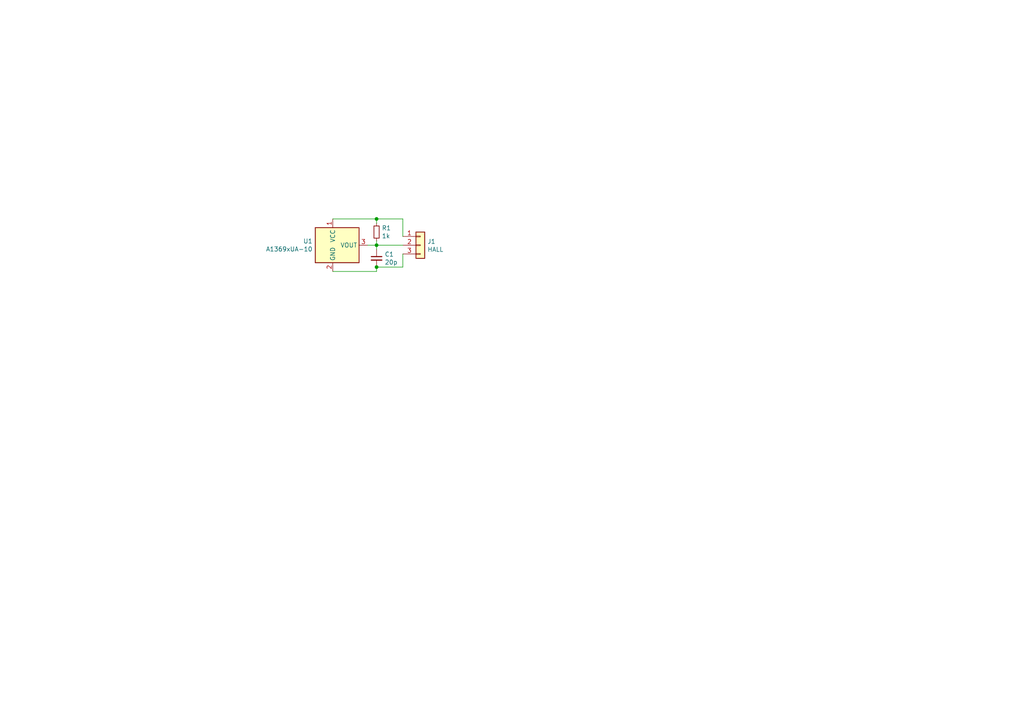
<source format=kicad_sch>
(kicad_sch (version 20230121) (generator eeschema)
  (paper "A4")
  (lib_symbols
    (symbol "Connector_Generic:Conn_01x03" (pin_names (offset 1.016) hide)
      (property "Reference" "J" (at 0 5.08 0))
      (property "Value" "Conn_01x03" (at 0 -5.08 0))
      (symbol "Conn_01x03_1_1"
        (rectangle (start -1.27 -2.413) (end 0 -2.667) (stroke (width 0.1524)))
        (rectangle (start -1.27 0.127) (end 0 -0.127) (stroke (width 0.1524)))
        (rectangle (start -1.27 2.667) (end 0 2.413) (stroke (width 0.1524)))
        (rectangle (start -1.27 3.81) (end 1.27 -3.81) (stroke (width 0.254)) (fill (type background)))
        (pin passive line (at -5.08 2.54 0) (length 3.81) (name "Pin_1") (number "1"))
        (pin passive line (at -5.08 0 0) (length 3.81) (name "Pin_2") (number "2"))
        (pin passive line (at -5.08 -2.54 0) (length 3.81) (name "Pin_3") (number "3"))
      )
    )
    (symbol "Device:C_Small" (pin_numbers hide) (pin_names (offset 0.254) hide)
      (property "Reference" "C" (at 0.254 1.778 0))
      (property "Value" "C_Small" (at 0.254 -2.032 0))
      (symbol "C_Small_0_1"
        (polyline (pts (xy -1.524 -0.508) (xy 1.524 -0.508)) (stroke (width 0.3302)))
        (polyline (pts (xy -1.524 0.508) (xy 1.524 0.508)) (stroke (width 0.3048)))
      )
      (symbol "C_Small_1_1"
        (pin passive line (at 0 2.54 270) (length 2.032) (name "~") (number "1"))
        (pin passive line (at 0 -2.54 90) (length 2.032) (name "~") (number "2"))
      )
    )
    (symbol "Device:R_Small" (pin_numbers hide) (pin_names (offset 0.254) hide)
      (property "Reference" "R" (at 0.762 0.508 0))
      (property "Value" "R_Small" (at 0.762 -1.016 0))
      (symbol "R_Small_0_1"
        (rectangle (start -0.762 1.778) (end 0.762 -1.778) (stroke (width 0.2032)))
      )
      (symbol "R_Small_1_1"
        (pin passive line (at 0 2.54 270) (length 0.762) (name "~") (number "1"))
        (pin passive line (at 0 -2.54 90) (length 0.762) (name "~") (number "2"))
      )
    )
    (symbol "Sensor_Current:A1369xUA-10"
      (property "Reference" "U" (at 8.89 6.35 0))
      (property "Value" "A1369xUA-10" (at 8.89 3.81 0))
      (symbol "A1369xUA-10_0_1"
        (rectangle (start -5.08 5.08) (end 7.62 -5.08) (stroke (width 0.254)) (fill (type background)))
      )
      (symbol "A1369xUA-10_1_1"
        (pin power_in line (at 0 7.62 270) (length 2.54) (name "VCC") (number "1"))
        (pin power_in line (at 0 -7.62 90) (length 2.54) (name "GND") (number "2"))
        (pin output line (at 10.16 0 180) (length 2.54) (name "VOUT") (number "3"))
      )
    )
  )
  (junction (at 109.22 71.12))
  (junction (at 109.22 63.5))
  (junction (at 109.22 77.47))
  (wire (pts (xy 116.84 71.12) (xy 109.22 71.12)))
  (wire (pts (xy 116.84 77.47) (xy 109.22 77.47)))
  (wire (pts (xy 109.22 63.5) (xy 96.52 63.5)))
  (wire (pts (xy 109.22 77.47) (xy 109.22 78.74)))
  (wire (pts (xy 109.22 71.12) (xy 106.68 71.12)))
  (wire (pts (xy 109.22 64.77) (xy 109.22 63.5)))
  (wire (pts (xy 109.22 69.85) (xy 109.22 71.12)))
  (wire (pts (xy 109.22 78.74) (xy 96.52 78.74)))
  (wire (pts (xy 116.84 73.66) (xy 116.84 77.47)))
  (wire (pts (xy 109.22 72.39) (xy 109.22 71.12)))
  (wire (pts (xy 116.84 68.58) (xy 116.84 63.5)))
  (wire (pts (xy 116.84 63.5) (xy 109.22 63.5)))
  (symbol (lib_id "Sensor_Current:A1369xUA-10") (at 96.52 71.12 0) (unit 1)
    (property "Reference" "U1" (at 90.678 69.9516 0) (effects (justify right)))
    (property "Value" "A1369xUA-10" (at 90.678 72.263 0) (effects (justify right)))
    (property "Footprint" "Sensor_Current:Allegro_SIP-3" (effects hide))
    (property "Datasheet" "http://www.allegromicro.com/~/media/Files/Datasheets/A1369-Datasheet.ashx?la=en" (effects hide))
  )
  (symbol (lib_id "Device:R_Small") (at 109.22 67.31 180) (unit 1)
    (property "Reference" "R1" (at 110.7186 66.1416 0) (effects (justify right)))
    (property "Value" "1k" (at 110.7186 68.453 0) (effects (justify right)))
    (property "Footprint" "coddingtonbear:0805_Milling" (effects hide))
  )
  (symbol (lib_id "Connector_Generic:Conn_01x03") (at 121.92 71.12 0) (unit 1)
    (property "Reference" "J1" (at 123.952 70.0532 0) (effects (justify left)))
    (property "Value" "HALL" (at 123.952 72.3646 0) (effects (justify left)))
    (property "Footprint" "Connector_PinHeader_2.54mm:PinHeader_1x03_P2.54mm_Vertical" (effects hide))
  )
  (symbol (lib_id "Device:C_Small") (at 109.22 74.93 0) (unit 1)
    (property "Reference" "C1" (at 111.5568 73.7616 0) (effects (justify left)))
    (property "Value" "20p" (at 111.5568 76.073 0) (effects (justify left)))
    (property "Footprint" "coddingtonbear:0805_Milling" (effects hide))
  )
)
</source>
